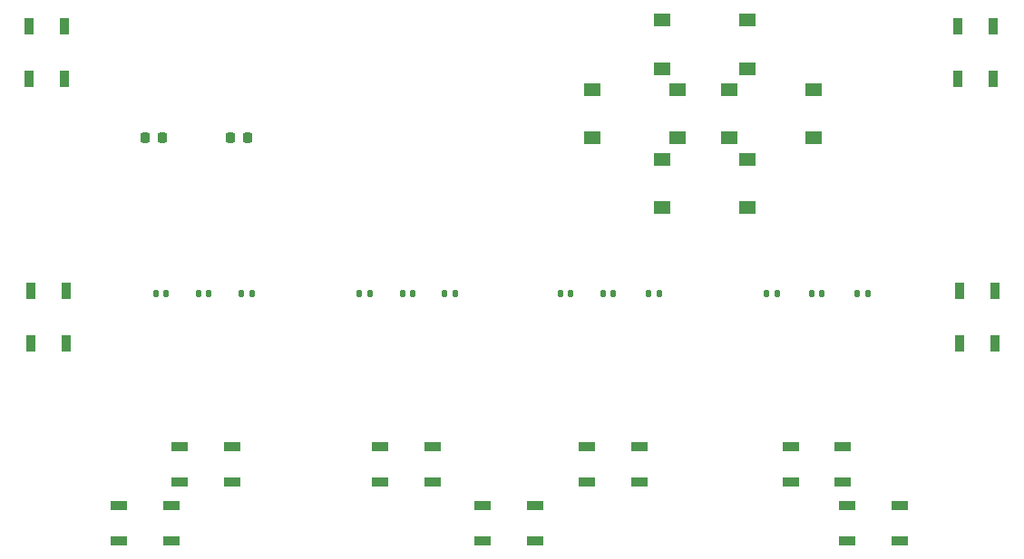
<source format=gtp>
G04 #@! TF.GenerationSoftware,KiCad,Pcbnew,8.0.1*
G04 #@! TF.CreationDate,2024-04-13T19:32:52-07:00*
G04 #@! TF.ProjectId,strellpad,73747265-6c6c-4706-9164-2e6b69636164,rev?*
G04 #@! TF.SameCoordinates,Original*
G04 #@! TF.FileFunction,Paste,Top*
G04 #@! TF.FilePolarity,Positive*
%FSLAX46Y46*%
G04 Gerber Fmt 4.6, Leading zero omitted, Abs format (unit mm)*
G04 Created by KiCad (PCBNEW 8.0.1) date 2024-04-13 19:32:52*
%MOMM*%
%LPD*%
G01*
G04 APERTURE LIST*
G04 Aperture macros list*
%AMRoundRect*
0 Rectangle with rounded corners*
0 $1 Rounding radius*
0 $2 $3 $4 $5 $6 $7 $8 $9 X,Y pos of 4 corners*
0 Add a 4 corners polygon primitive as box body*
4,1,4,$2,$3,$4,$5,$6,$7,$8,$9,$2,$3,0*
0 Add four circle primitives for the rounded corners*
1,1,$1+$1,$2,$3*
1,1,$1+$1,$4,$5*
1,1,$1+$1,$6,$7*
1,1,$1+$1,$8,$9*
0 Add four rect primitives between the rounded corners*
20,1,$1+$1,$2,$3,$4,$5,0*
20,1,$1+$1,$4,$5,$6,$7,0*
20,1,$1+$1,$6,$7,$8,$9,0*
20,1,$1+$1,$8,$9,$2,$3,0*%
G04 Aperture macros list end*
%ADD10RoundRect,0.140000X0.140000X0.170000X-0.140000X0.170000X-0.140000X-0.170000X0.140000X-0.170000X0*%
%ADD11R,1.500000X0.900000*%
%ADD12R,0.900000X1.500000*%
%ADD13RoundRect,0.140000X-0.140000X-0.170000X0.140000X-0.170000X0.140000X0.170000X-0.140000X0.170000X0*%
%ADD14RoundRect,0.135000X-0.135000X-0.185000X0.135000X-0.185000X0.135000X0.185000X-0.135000X0.185000X0*%
%ADD15R,1.550000X1.300000*%
%ADD16RoundRect,0.225000X-0.225000X-0.250000X0.225000X-0.250000X0.225000X0.250000X-0.225000X0.250000X0*%
G04 APERTURE END LIST*
D10*
X140740000Y-132500000D03*
X139780000Y-132500000D03*
D11*
X171450000Y-155650000D03*
X171450000Y-152350000D03*
X166550000Y-152350000D03*
X166550000Y-155650000D03*
D12*
X90195000Y-112450000D03*
X93495000Y-112450000D03*
X93495000Y-107550000D03*
X90195000Y-107550000D03*
D11*
X147160000Y-150150000D03*
X147160000Y-146850000D03*
X142260000Y-146850000D03*
X142260000Y-150150000D03*
D13*
X106020000Y-132500000D03*
X106980000Y-132500000D03*
D11*
X103450000Y-155650000D03*
X103450000Y-152350000D03*
X98550000Y-152350000D03*
X98550000Y-155650000D03*
D13*
X163240000Y-132500000D03*
X164200000Y-132500000D03*
D10*
X102980000Y-132500000D03*
X102020000Y-132500000D03*
D12*
X180150000Y-107550000D03*
X176850000Y-107550000D03*
X176850000Y-112450000D03*
X180150000Y-112450000D03*
D13*
X125030000Y-132500000D03*
X125990000Y-132500000D03*
D12*
X180360000Y-132300000D03*
X177060000Y-132300000D03*
X177060000Y-137200000D03*
X180360000Y-137200000D03*
D14*
X109980000Y-132500000D03*
X111000000Y-132500000D03*
X128970000Y-132500000D03*
X129990000Y-132500000D03*
D15*
X155500000Y-113500000D03*
X163450000Y-113500000D03*
X155500000Y-118000000D03*
X163450000Y-118000000D03*
D11*
X109160000Y-150150000D03*
X109160000Y-146850000D03*
X104260000Y-146850000D03*
X104260000Y-150150000D03*
D15*
X149250000Y-120000000D03*
X157200000Y-120000000D03*
X149250000Y-124500000D03*
X157200000Y-124500000D03*
D16*
X109000000Y-118000000D03*
X110550000Y-118000000D03*
D11*
X166160000Y-150150000D03*
X166160000Y-146850000D03*
X161260000Y-146850000D03*
X161260000Y-150150000D03*
D10*
X159990000Y-132500000D03*
X159030000Y-132500000D03*
D13*
X143780000Y-132500000D03*
X144740000Y-132500000D03*
D10*
X121990000Y-132500000D03*
X121030000Y-132500000D03*
D11*
X127825000Y-150150000D03*
X127825000Y-146850000D03*
X122925000Y-146850000D03*
X122925000Y-150150000D03*
X137450000Y-155650000D03*
X137450000Y-152350000D03*
X132550000Y-152350000D03*
X132550000Y-155650000D03*
D14*
X147970000Y-132500000D03*
X148990000Y-132500000D03*
X167480000Y-132500000D03*
X168500000Y-132500000D03*
D15*
X149275000Y-107000000D03*
X157225000Y-107000000D03*
X149275000Y-111500000D03*
X157225000Y-111500000D03*
D16*
X101050000Y-118000000D03*
X102600000Y-118000000D03*
D12*
X90350000Y-137200000D03*
X93650000Y-137200000D03*
X93650000Y-132300000D03*
X90350000Y-132300000D03*
D15*
X142775000Y-113500000D03*
X150725000Y-113500000D03*
X142775000Y-118000000D03*
X150725000Y-118000000D03*
M02*

</source>
